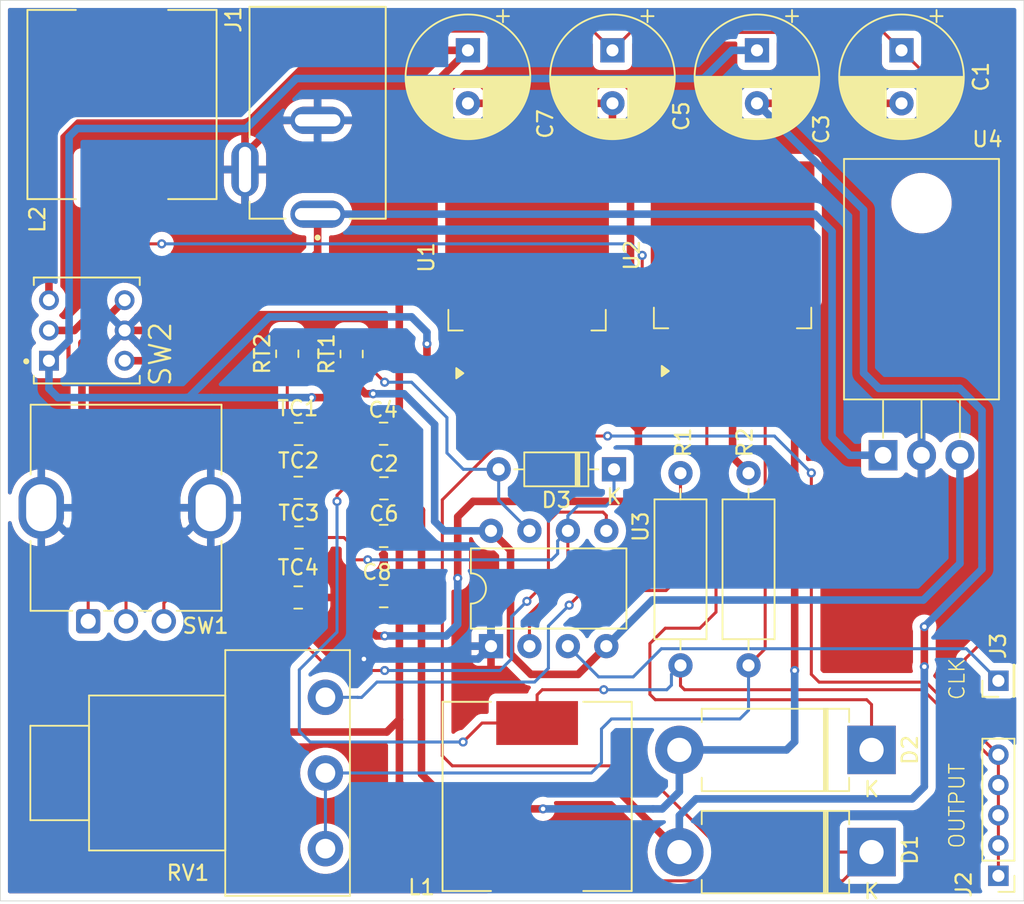
<source format=kicad_pcb>
(kicad_pcb (version 20240108) (generator "pcbnew") (generator_version "8.0")
  (layers (0 "F.Cu" signal) (31 "B.Cu" signal) (34 "B.Paste" user) (36 "B.SilkS" user "B.Silkscreen") (37 "F.SilkS" user "F.Silkscreen") (38 "B.Mask" user) (39 "F.Mask" user) (44 "Edge.Cuts" user))
  (net 0 "")
  (net 1 "Net-(J2-Pin_1)")
  (net 2 "/G1")
  (net 3 "/V1")
  (net 4 "/G2")
  (net 5 "/V2")
  (net 6 "Net-(D1-K)")
  (net 7 "Net-(D2-K)")
  (net 8 "Net-(D3-A)")
  (net 9 "/T6")
  (net 10 "/VCC")
  (net 11 "GND")
  (net 12 "Net-(J3-Pin_1)")
  (net 13 "Net-(R1-Pad2)")
  (net 14 "/DIVADJ")
  (net 15 "/T8")
  (net 16 "Net-(SW1-Pad1)")
  (net 17 "Net-(SW1-Pad2)")
  (net 18 "Net-(SW1-Pad3)")
  (net 19 "Net-(U3-CV)")
  (footprint "Package_TO_SOT_THT:TO-220-3_Horizontal_TabDown" (layer "F.Cu") (at 169.84 103.124)
    (property "Reference" "U4")
    (property "Value" "L7809")
  )
  (footprint "Diode_THT:D_DO-35_SOD27_P7.62mm_Horizontal" (layer "F.Cu") (at 152.06 104.054 180)
    (property "Reference" "D3")
    (property "Value" "1N4148")
  )
  (footprint "Capacitor_THT:CP_Radial_D8.0mm_P3.50mm" (layer "F.Cu") (at 151.958 76.368 -90)
    (property "Reference" "C5")
    (property "Value" "220u")
  )
  (footprint "Rotary_Encoder:RotaryEncoder_Bourns_Vertical_PEC12R-3x17F-Nxxxx(custom)" (layer "F.Cu") (at 117.314 114.094 90)
    (property "Reference" "SW1")
    (property "Value" "SW_Rotary_1x3_MP" (hide yes))
  )
  (footprint "Connector_PinHeader_2.00mm:PinHeader_1x05_P2.00mm_Vertical" (layer "F.Cu") (at 177.46 130.914 180)
    (property "Reference" "J2")
    (property "Value" "Conn_01x05" (hide yes))
  )
  (footprint "Capacitor_SMD:C_0805_2012Metric_Pad1.18x1.45mm_HandSolder" (layer "F.Cu") (at 131.2379 108.5596 180)
    (property "Reference" "TC3")
    (property "Value" "47n" (hide yes))
  )
  (footprint "Resistor_SMD:R_0805_2012Metric_Pad1.20x1.40mm_HandSolder" (layer "F.Cu") (at 130.47 96.418 90)
    (property "Reference" "RT2")
    (property "Value" "1.5k")
  )
  (footprint "TL2230OAF140:SW_TL2230OAF140" (layer "F.Cu") (at 117.222 94.878 90)
    (property "Reference" "SW2")
    (property "Value" "SW_Push_DPDT" (hide yes))
  )
  (footprint "Package_TO_SOT_SMD:TO-263-5_TabPin3" (layer "F.Cu") (at 159.895 89.909 90)
    (property "Reference" "U2")
    (property "Value" "LM2596S-ADJ")
  )
  (footprint "Resistor_THT:R_Axial_DIN0309_L9.0mm_D3.2mm_P12.70mm_Horizontal" (layer "F.Cu") (at 160.95 117.008 90)
    (property "Reference" "R2")
    (property "Value" "1k")
  )
  (footprint "PJ-035DH:CUI_PJ-035DH" (layer "F.Cu") (at 132.476 87.192 180)
    (property "Reference" "J1")
    (property "Value" "PJ-035DH" (hide yes))
  )
  (footprint "Connector_PinHeader_2.00mm:PinHeader_1x01_P2.00mm_Vertical" (layer "F.Cu") (at 177.46 118.024 90)
    (property "Reference" "J3")
    (property "Value" "Conn_01x01_Pin" (hide yes))
  )
  (footprint "Capacitor_SMD:C_0805_2012Metric_Pad1.18x1.45mm_HandSolder" (layer "F.Cu") (at 131.2164 101.7172 180)
    (property "Reference" "TC1")
    (property "Value" "470n" (hide yes))
  )
  (footprint "Capacitor_SMD:C_0805_2012Metric_Pad1.18x1.45mm_HandSolder" (layer "F.Cu") (at 136.8415 108.458)
    (property "Reference" "C6")
    (property "Value" "0.1u")
  )
  (footprint "Resistor_SMD:R_0805_2012Metric_Pad1.20x1.40mm_HandSolder" (layer "F.Cu") (at 134.7216 96.4344 90)
    (property "Reference" "RT1")
    (property "Value" "1.5k")
  )
  (footprint "Potentiometer_THT:Potentiometer_Piher_PC-16_Single_Horizontal(custom)" (layer "F.Cu") (at 132.991 119.12 180)
    (property "Reference" "RV1")
    (property "Value" "10k")
  )
  (footprint "Capacitor_THT:CP_Radial_D8.0mm_P3.50mm" (layer "F.Cu") (at 142.408 76.368 -90)
    (property "Reference" "C7")
    (property "Value" "220u")
  )
  (footprint "Diode_THT:D_DO-201AD_P12.70mm_Horizontal" (layer "F.Cu") (at 169.078 129.346 180)
    (property "Reference" "D1")
    (property "Value" "1N5822")
  )
  (footprint "Diode_THT:D_DO-201AD_P12.70mm_Horizontal" (layer "F.Cu") (at 169.078 122.596 180)
    (property "Reference" "D2")
    (property "Value" "1N5822")
  )
  (footprint "Capacitor_SMD:C_0805_2012Metric_Pad1.18x1.45mm_HandSolder" (layer "F.Cu") (at 136.8337 101.7016)
    (property "Reference" "C4")
    (property "Value" "0.1u")
  )
  (footprint "Capacitor_SMD:C_0805_2012Metric_Pad1.18x1.45mm_HandSolder" (layer "F.Cu") (at 136.8415 112.436)
    (property "Reference" "C8")
    (property "Value" "0.1u")
  )
  (footprint "Capacitor_SMD:C_0805_2012Metric_Pad1.18x1.45mm_HandSolder" (layer "F.Cu") (at 136.8552 105.3084)
    (property "Reference" "C2")
    (property "Value" "0.1u")
  )
  (footprint "Package_DIP:DIP-8_W7.62mm" (layer "F.Cu") (at 143.932 115.738 90)
    (property "Reference" "U3")
    (property "Value" "NE555P")
  )
  (footprint "SRR1260-330M:INDP125125X600N" (layer "F.Cu") (at 119.548 79.948 90)
    (property "Reference" "L2")
    (property "Value" "33u" (hide yes))
  )
  (footprint "Capacitor_THT:CP_Radial_D8.0mm_P3.50mm" (layer "F.Cu") (at 161.508 76.368 -90)
    (property "Reference" "C3")
    (property "Value" "220u")
  )
  (footprint "Capacitor_SMD:C_0805_2012Metric_Pad1.18x1.45mm_HandSolder" (layer "F.Cu") (at 131.1949 112.522)
    (property "Reference" "TC4")
    (property "Value" "10n" (hide yes))
  )
  (footprint "Resistor_THT:R_Axial_DIN0309_L9.0mm_D3.2mm_P12.70mm_Horizontal" (layer "F.Cu") (at 156.454 117.008 90)
    (property "Reference" "R1")
    (property "Value" "680")
  )
  (footprint "SRR1260-330M:INDP125125X600N" (layer "F.Cu") (at 146.98 125.668 90)
    (property "Reference" "L1")
    (property "Value" "33u" (hide yes))
  )
  (footprint "Package_TO_SOT_SMD:TO-263-5_TabPin3" (layer "F.Cu") (at 146.316 90.054 90)
    (property "Reference" "U1")
    (property "Value" "LM2596S-5")
  )
  (footprint "Capacitor_THT:CP_Radial_D8.0mm_P3.50mm" (layer "F.Cu") (at 171.058 76.368 -90)
    (property "Reference" "C1")
    (property "Value" "220u" (hide yes))
  )
  (footprint "Capacitor_SMD:C_0805_2012Metric_Pad1.18x1.45mm_HandSolder" (layer "F.Cu") (at 131.1949 105.2732 180)
    (property "Reference" "TC2")
    (property "Value" "100n" (hide yes))
  )
  (gr_rect (start 111.512 73.066) (end 179.146 132.572) (stroke (width 0.05)) (fill none) (layer "Edge.Cuts"))
  (gr_text "CLK" (at 175.3108 119.38 90) (layer "F.SilkS") (effects (font (size 1 1) (thickness 0.1)) (justify left bottom)))
  (gr_text "OUTPUT" (at 175.3108 129.1844 90) (layer "F.SilkS") (effects (font (size 1 1) (thickness 0.1)) (justify left bottom)))
  (segment (start 176.762 122.914) (end 172.466 118.618) (width 0.2) (layer "F.Cu") (net 1))
  (segment (start 175.26 116.586) (end 175.26 120.714) (width 0.2) (layer "F.Cu") (net 1))
  (segment (start 151.958 76.368) (end 153.142 75.184) (width 0.2) (layer "F.Cu") (net 1))
  (segment (start 146.98 118.958) (end 147.32 118.618) (width 0.2) (layer "F.Cu") (net 1))
  (segment (start 177.46 124.914) (end 177.46 126.914) (width 0.2) (layer "F.Cu") (net 1))
  (segment (start 177.46 122.914) (end 176.762 122.914) (width 0.2) (layer "F.Cu") (net 1))
  (segment (start 148.016 100.772) (end 148.016 97.704) (width 0.2) (layer "F.Cu") (net 1))
  (segment (start 151.638 101.854) (end 149.098 101.854) (width 0.2) (layer "F.Cu") (net 1))
  (segment (start 172.662 118.116) (end 175.482 120.936) (width 0.2) (layer "F.Cu") (net 1))
  (segment (start 175.514 93.726) (end 178.308 96.52) (width 0.2) (layer "F.Cu") (net 1))
  (segment (start 134.5692 105.3084) (end 134.2136 105.3084) (width 0.2) (layer "F.Cu") (net 1))
  (segment (start 149.098 101.854) (end 148.016 100.772) (width 0.2) (layer "F.Cu") (net 1))
  (segment (start 142.0876 122.0724) (end 143.342 120.818) (width 0.2) (layer "F.Cu") (net 1))
  (segment (start 156.718 118.618) (end 156.454 118.354) (width 0.2) (layer "F.Cu") (net 1))
  (segment (start 165.614 118.116) (end 172.662 118.116) (width 0.2) (layer "F.Cu") (net 1))
  (segment (start 150.688 75.098) (end 151.958 76.368) (width 0.2) (layer "F.Cu") (net 1))
  (segment (start 169.874 75.184) (end 171.058 76.368) (width 0.2) (layer "F.Cu") (net 1))
  (segment (start 165.1 117.602) (end 165.614 118.116) (width 0.2) (layer "F.Cu") (net 1))
  (segment (start 177.46 122.914) (end 175.482 120.936) (width 0.2) (layer "F.Cu") (net 1))
  (segment (start 146.98 120.818) (end 146.98 118.958) (width 0.2) (layer "F.Cu") (net 1))
  (segment (start 135.804 108.458) (end 135.804 105.3221) (width 0.2) (layer "F.Cu") (net 1))
  (segment (start 172.466 118.618) (end 156.718 118.618) (width 0.2) (layer "F.Cu") (net 1))
  (segment (start 135.8177 105.3084) (end 134.5692 105.3084) (width 0.2) (layer "F.Cu") (net 1))
  (segment (start 177.46 126.914) (end 177.46 128.914) (width 0.2) (layer "F.Cu") (net 1))
  (segment (start 119.548 75.098) (end 150.688 75.098) (width 0.2) (layer "F.Cu") (net 1))
  (segment (start 175.26 120.714) (end 175.482 120.936) (width 0.2) (layer "F.Cu") (net 1))
  (segment (start 177.46 130.914) (end 177.46 128.914) (width 0.2) (layer "F.Cu") (net 1))
  (segment (start 153.142 75.184) (end 169.874 75.184) (width 0.2) (layer "F.Cu") (net 1))
  (segment (start 156.454 118.354) (end 156.454 117.008) (width 0.2) (layer "F.Cu") (net 1))
  (segment (start 177.46 122.914) (end 177.46 124.914) (width 0.2) (layer "F.Cu") (net 1))
  (segment (start 178.308 113.538) (end 175.26 116.586) (width 0.2) (layer "F.Cu") (net 1))
  (segment (start 171.058 76.368) (end 175.514 80.824) (width 0.2) (layer "F.Cu") (net 1))
  (segment (start 133.7564 105.7656) (end 133.7564 106.172) (width 0.2) (layer "F.Cu") (net 1))
  (segment (start 135.804 105.3221) (end 135.8177 105.3084) (width 0.2) (layer "F.Cu") (net 1))
  (segment (start 175.514 80.824) (end 175.514 93.726) (width 0.2) (layer "F.Cu") (net 1))
  (segment (start 178.308 96.52) (end 178.308 113.538) (width 0.2) (layer "F.Cu") (net 1))
  (segment (start 135.8177 108.8663) (end 135.804 108.88) (width 0.2) (layer "F.Cu") (net 1))
  (segment (start 143.342 120.818) (end 146.98 120.818) (width 0.2) (layer "F.Cu") (net 1))
  (segment (start 165.1 104.2924) (end 165.1 117.602) (width 0.2) (layer "F.Cu") (net 1))
  (segment (start 147.32 118.618) (end 151.384 118.618) (width 0.2) (layer "F.Cu") (net 1))
  (segment (start 134.2136 105.3084) (end 133.7564 105.7656) (width 0.2) (layer "F.Cu") (net 1))
  (via (at 165.1 104.2924) (size 0.6) (drill 0.3) (layers "F.Cu" "B.Cu") (net 1))
  (via (at 142.0876 122.0724) (size 0.6) (drill 0.3) (layers "F.Cu" "B.Cu") (net 1))
  (via (at 151.638 101.854) (size 0.6) (drill 0.3) (layers "F.Cu" "B.Cu") (net 1))
  (via (at 133.7564 106.172) (size 0.6) (drill 0.3) (layers "F.Cu" "B.Cu") (net 1))
  (via (at 151.384 118.618) (size 0.6) (drill 0.3) (layers "F.Cu" "B.Cu") (net 1))
  (segment (start 133.7564 114.808) (end 133.7564 113.6904) (width 0.2) (layer "B.Cu") (net 1))
  (segment (start 142.0876 122.0724) (end 131.9784 122.0724) (width 0.2) (layer "B.Cu") (net 1))
  (segment (start 151.638 101.854) (end 162.6616 101.854) (width 0.2) (layer "B.Cu") (net 1))
  (segment (start 155.5496 118.618) (end 155.8544 118.3132) (width 0.2) (layer "B.Cu") (net 1))
  (segment (start 151.384 118.618) (end 155.5496 118.618) (width 0.2) (layer "B.Cu") (net 1))
  (segment (start 162.6616 101.854) (end 165.1 104.2924) (width 0.2) (layer "B.Cu") (net 1))
  (segment (start 155.8544 118.3132) (end 155.8544 117.6076) (width 0.2) (layer "B.Cu") (net 1))
  (segment (start 131.2672 117.2972) (end 133.7564 114.808) (width 0.2) (layer "B.Cu") (net 1))
  (segment (start 131.9784 122.0724) (end 131.2672 121.3612) (width 0.2) (layer "B.Cu") (net 1))
  (segment (start 133.7564 106.172) (end 133.7564 113.6904) (width 0.2) (layer "B.Cu") (net 1))
  (segment (start 131.2672 121.3612) (end 131.2672 117.2972) (width 0.2) (layer "B.Cu") (net 1))
  (segment (start 155.8544 117.6076) (end 156.454 117.008) (width 0.2) (layer "B.Cu") (net 1))
  (segment (start 172.5676 114.4524) (end 172.5676 117.094) (width 0.5) (layer "F.Cu") (net 2))
  (segment (start 145.456 94.148) (end 143.541 92.233) (width 0.5) (layer "F.Cu") (net 2))
  (segment (start 137.8927 101.7231) (end 137.8712 101.7016) (width 0.5) (layer "F.Cu") (net 2))
  (segment (start 152.254 125.222) (end 156.378 129.346) (width 0.5) (layer "F.Cu") (net 2))
  (segment (start 142.154 92.366) (end 143.541 90.979) (width 0.5) (layer "F.Cu") (net 2))
  (segment (start 149.716 97.704) (end 149.716 95.36) (width 0.5) (layer "F.Cu") (net 2))
  (segment (start 149.716 95.36) (end 148.504 94.148) (width 0.5) (layer "F.Cu") (net 2))
  (segment (start 148.504 94.148) (end 145.456 94.148) (width 0.5) (layer "F.Cu") (net 2))
  (segment (start 161.508 79.868) (end 171.058 79.868) (width 0.5) (layer "F.Cu") (net 2))
  (segment (start 137.8927 105.3084) (end 139.338 106.7537) (width 0.5) (layer "F.Cu") (net 2))
  (segment (start 139.338 124.1996) (end 140.3604 125.222) (width 0.5) (layer "F.Cu") (net 2))
  (segment (start 121.7652 96.878) (end 119.722 96.878) (width 0.5) (layer "F.Cu") (net 2))
  (segment (start 122.428 93.218) (end 122.428 96.2152) (width 0.5) (layer "F.Cu") (net 2))
  (segment (start 140.3604 125.222) (end 152.254 125.222) (width 0.5) (layer "F.Cu") (net 2))
  (segment (start 143.541 92.233) (end 143.541 90.979) (width 0.5) (layer "F.Cu") (net 2))
  (segment (start 139.735 90.979) (end 143.541 90.979) (width 0.5) (layer "F.Cu") (net 2))
  (segment (start 137.8712 105.2869) (end 137.8927 105.3084) (width 0.5) (layer "F.Cu") (net 2))
  (segment (start 146.316 95.008) (end 145.456 94.148) (width 0.5) (layer "F.Cu") (net 2))
  (segment (start 146.316 97.704) (end 146.316 95.008) (width 0.5) (layer "F.Cu") (net 2))
  (segment (start 137.8712 101.7016) (end 137.8712 105.2869) (width 0.5) (layer "F.Cu") (net 2))
  (segment (start 137.8712 101.7016) (end 137.8712 92.8428) (width 0.5) (layer "F.Cu") (net 2))
  (segment (start 139.735 90.979) (end 137.879 92.835) (width 0.5) (layer "F.Cu") (net 2))
  (segment (start 122.811 92.835) (end 122.428 93.218) (width 0.5) (layer "F.Cu") (net 2))
  (segment (start 122.428 96.2152) (end 121.7652 96.878) (width 0.5) (layer "F.Cu") (net 2))
  (segment (start 137.879 92.835) (end 122.811 92.835) (width 0.5) (layer "F.Cu") (net 2))
  (segment (start 149.368 85.852) (end 149.091 86.129) (width 0.5) (layer "F.Cu") (net 2))
  (segment (start 139.338 106.7537) (end 139.338 124.1996) (width 0.5) (layer "F.Cu") (net 2))
  (segment (start 137.8712 92.8428) (end 137.879 92.835) (width 0.5) (layer "F.Cu") (net 2))
  (via (at 172.5676 114.4524) (size 0.6) (drill 0.3) (layers "F.Cu" "B.Cu") (net 2))
  (via (at 172.5676 117.094) (size 0.6) (drill 0.3) (layers "F.Cu" "B.Cu") (net 2))
  (segment (start 156.378 126.9336) (end 157.48 125.8316) (width 0.5) (layer "B.Cu") (net 2))
  (segment (start 157.48 125.8316) (end 171.7548 125.8316) (width 0.5) (layer "B.Cu") (net 2))
  (segment (start 174.498 98.7044) (end 174.9044 98.7044) (width 0.5) (layer "B.Cu") (net 2))
  (segment (start 176.3776 100.1776) (end 176.3776 109.9312) (width 0.5) (layer "B.Cu") (net 2))
  (segment (start 172.6184 114.4016) (end 172.5676 114.4524) (width 0.5) (layer "B.Cu") (net 2))
  (segment (start 174.9044 98.7044) (end 176.3776 100.1776) (width 0.5) (layer "B.Cu") (net 2))
  (segment (start 176.3776 110.6424) (end 172.6184 114.4016) (width 0.5) (layer "B.Cu") (net 2))
  (segment (start 161.508 79.868) (end 168.5544 86.9144) (width 0.5) (layer "B.Cu") (net 2))
  (segment (start 172.5676 125.0188) (end 172.5676 117.094) (width 0.5) (layer "B.Cu") (net 2))
  (segment (start 169.5704 98.7044) (end 174.498 98.7044) (width 0.5) (layer "B.Cu") (net 2))
  (segment (start 171.7548 125.8316) (end 172.5676 125.0188) (width 0.5) (layer "B.Cu") (net 2))
  (segment (start 169.4688 98.6028) (end 169.5704 98.7044) (width 0.5) (layer "B.Cu") (net 2))
  (segment (start 156.378 129.346) (end 156.378 126.9336) (width 0.5) (layer "B.Cu") (net 2))
  (segment (start 176.3776 109.9312) (end 176.3776 110.6424) (width 0.5) (layer "B.Cu") (net 2))
  (segment (start 168.5544 86.9144) (end 168.5544 97.6884) (width 0.5) (layer "B.Cu") (net 2))
  (segment (start 168.5544 97.6884) (end 169.4688 98.6028) (width 0.5) (layer "B.Cu") (net 2))
  (segment (start 133.604 101.1428) (end 134.1628 101.7016) (width 0.5) (layer "F.Cu") (net 3))
  (segment (start 140.122 97.704) (end 139.7 97.282) (width 0.5) (layer "F.Cu") (net 3))
  (segment (start 132.08 99.314) (end 133.1976 99.314) (width 0.5) (layer "F.Cu") (net 3))
  (segment (start 133.1976 99.314) (end 133.604 99.7204) (width 0.5) (layer "F.Cu") (net 3))
  (segment (start 133.604 99.7204) (end 133.604 101.1428) (width 0.5) (layer "F.Cu") (net 3))
  (segment (start 139.7 97.282) (end 139.7 95.758) (width 0.5) (layer "F.Cu") (net 3))
  (segment (start 134.1628 101.7016) (end 135.7962 101.7016) (width 0.5) (layer "F.Cu") (net 3))
  (segment (start 142.916 97.704) (end 140.122 97.704) (width 0.5) (layer "F.Cu") (net 3))
  (via (at 132.08 99.314) (size 0.6) (drill 0.3) (layers "F.Cu" "B.Cu") (net 3))
  (via (at 139.7 95.758) (size 0.6) (drill 0.3) (layers "F.Cu" "B.Cu") (net 3))
  (segment (start 139.7 94.996) (end 138.684 93.98) (width 0.5) (layer "B.Cu") (net 3))
  (segment (start 159.852 76.368) (end 161.508 76.368) (width 0.5) (layer "B.Cu") (net 3))
  (segment (start 131.064 78.232) (end 157.988 78.232) (width 0.5) (layer "B.Cu") (net 3))
  (segment (start 116.0526 95.5474) (end 116.0526 82.0674) (width 0.5) (layer "B.Cu") (net 3))
  (segment (start 139.7 95.758) (end 139.7 94.996) (width 0.5) (layer "B.Cu") (net 3))
  (segment (start 138.684 93.98) (end 129.286 93.98) (width 0.5) (layer "B.Cu") (net 3))
  (segment (start 127.762 81.534) (end 131.064 78.232) (width 0.5) (layer "B.Cu") (net 3))
  (segment (start 125.476 99.314) (end 132.08 99.314) (width 0.5) (layer "B.Cu") (net 3))
  (segment (start 123.952 99.314) (end 123.7996 99.314) (width 0.5) (layer "B.Cu") (net 3))
  (segment (start 115.316 99.314) (end 123.7996 99.314) (width 0.5) (layer "B.Cu") (net 3))
  (segment (start 114.722 96.878) (end 114.722 98.72) (width 0.5) (layer "B.Cu") (net 3))
  (segment (start 116.586 81.534) (end 127.762 81.534) (width 0.5) (layer "B.Cu") (net 3))
  (segment (start 114.722 96.878) (end 116.0526 95.5474) (width 0.5) (layer "B.Cu") (net 3))
  (segment (start 157.988 78.232) (end 159.852 76.368) (width 0.5) (layer "B.Cu") (net 3))
  (segment (start 116.0526 82.0674) (end 116.586 81.534) (width 0.5) (layer "B.Cu") (net 3))
  (segment (start 129.286 93.98) (end 123.952 99.314) (width 0.5) (layer "B.Cu") (net 3))
  (segment (start 114.722 98.72) (end 115.316 99.314) (width 0.5) (layer "B.Cu") (net 3))
  (segment (start 123.7996 99.314) (end 125.476 99.314) (width 0.5) (layer "B.Cu") (net 3))
  (segment (start 163.998 101.514) (end 163.998 117.348) (width 0.5) (layer "F.Cu") (net 4))
  (segment (start 115.062 120.7008) (end 115.062 111.252) (width 0.5) (layer "F.Cu") (net 4))
  (segment (start 137.879 112.436) (end 137.879 120.58095) (width 0.5) (layer "F.Cu") (net 4))
  (segment (start 151.958 79.868) (end 142.408 79.868) (width 0.5) (layer "F.Cu") (net 4))
  (segment (start 137.879 124.7726) (end 139.5984 126.492) (width 0.5) (layer "F.Cu") (net 4))
  (segment (start 163.295 100.811) (end 163.998 101.514) (width 0.5) (layer "F.Cu") (net 4))
  (segment (start 162.67 92.484) (end 162.67 90.834) (width 0.5) (layer "F.Cu") (net 4))
  (segment (start 137.04795 121.412) (end 115.7732 121.412) (width 0.5) (layer "F.Cu") (net 4))
  (segment (start 116.902 95.698) (end 119.722 92.878) (width 0.5) (layer "F.Cu") (net 4))
  (segment (start 159.895 103.253) (end 159.895 97.559) (width 0.5) (layer "F.Cu") (net 4))
  (segment (start 160.95 104.308) (end 159.895 103.253) (width 0.5) (layer "F.Cu") (net 4))
  (segment (start 157.12 85.984) (end 157.12 82.444) (width 0.5) (layer "F.Cu") (net 4))
  (segment (start 157.12 82.444) (end 156.718 82.042) (width 0.5) (layer "F.Cu") (net 4))
  (segment (start 115.062 111.252) (end 116.902 109.412) (width 0.5) (layer "F.Cu") (net 4))
  (segment (start 159.895 97.559) (end 159.895 88.409) (width 0.5) (layer "F.Cu") (net 4))
  (segment (start 137.04795 121.412) (end 137.879 120.58095) (width 0.5) (layer "F.Cu") (net 4))
  (segment (start 152.908 82.042) (end 156.718 82.042) (width 0.5) (layer "F.Cu") (net 4))
  (segment (start 163.295 97.559) (end 163.295 91.459) (width 0.5) (layer "F.Cu") (net 4))
  (segment (start 151.958 81.092) (end 152.908 82.042) (width 0.5) (layer "F.Cu") (net 4))
  (segment (start 137.879 120.58095) (end 137.879 124.7726) (width 0.5) (layer "F.Cu") (net 4))
  (segment (start 115.7732 121.412) (end 115.062 120.7008) (width 0.5) (layer "F.Cu") (net 4))
  (segment (start 151.958 79.868) (end 151.958 81.092) (width 0.5) (layer "F.Cu") (net 4))
  (segment (start 163.295 91.459) (end 162.67 90.834) (width 0.5) (layer "F.Cu") (net 4))
  (segment (start 163.295 97.559) (end 163.295 100.811) (width 0.5) (layer "F.Cu") (net 4))
  (segment (start 139.5984 126.492) (end 147.3708 126.492) (width 0.5) (layer "F.Cu") (net 4))
  (segment (start 137.879 112.436) (end 137.879 108.458) (width 0.5) (layer "F.Cu") (net 4))
  (segment (start 116.902 109.412) (end 116.902 95.698) (width 0.5) (layer "F.Cu") (net 4))
  (via (at 163.998 117.348) (size 0.6) (drill 0.3) (layers "F.Cu" "B.Cu") (net 4))
  (via (at 147.3708 126.492) (size 0.6) (drill 0.3) (layers "F.Cu" "B.Cu") (net 4))
  (segment (start 163.998 122.0568) (end 163.4588 122.596) (width 0.5) (layer "B.Cu") (net 4))
  (segment (start 155.2448 126.492) (end 154.6352 126.492) (width 0.5) (layer "B.Cu") (net 4))
  (segment (start 156.378 122.596) (end 156.378 125.3588) (width 0.5) (layer "B.Cu") (net 4))
  (segment (start 163.998 117.348) (end 163.998 122.0568) (width 0.5) (layer "B.Cu") (net 4))
  (segment (start 154.6352 126.492) (end 147.3708 126.492) (width 0.5) (layer "B.Cu") (net 4))
  (segment (start 156.21 125.5268) (end 155.2448 126.492) (width 0.5) (layer "B.Cu") (net 4))
  (segment (start 163.4588 122.596) (end 156.378 122.596) (width 0.5) (layer "B.Cu") (net 4))
  (segment (start 156.378 125.3588) (end 156.21 125.5268) (width 0.5) (layer "B.Cu") (net 4))
  (segment (start 152.654 83.058) (end 153.15 83.554) (width 0.5) (layer "F.Cu") (net 5))
  (segment (start 116.246 80.178) (end 127.422 80.178) (width 0.5) (layer "F.Cu") (net 5))
  (segment (start 135.804 112.436) (end 135.804 114.5188) (width 0.5) (layer "F.Cu") (net 5))
  (segment (start 127.422 80.178) (end 131.232 76.368) (width 0.5) (layer "F.Cu") (net 5))
  (segment (start 142.408 76.368) (end 139.7 79.076) (width 0.5) (layer "F.Cu") (net 5))
  (segment (start 142.748 106.172) (end 141.732 107.188) (width 0.5) (layer "F.Cu") (net 5))
  (segment (start 114.722 92.878) (end 114.722 81.702) (width 0.5) (layer "F.Cu") (net 5))
  (segment (start 141.224 83.058) (end 152.654 83.058) (width 0.5) (layer "F.Cu") (net 5))
  (segment (start 156.0068 100.838) (end 156.495 100.3498) (width 0.5) (layer "F.Cu") (net 5))
  (segment (start 153.15 100.9276) (end 153.67 101.4476) (width 0.5) (layer "F.Cu") (net 5))
  (segment (start 139.7 79.076) (end 139.7 81.534) (width 0.5) (layer "F.Cu") (net 5))
  (segment (start 154.2796 100.838) (end 156.0068 100.838) (width 0.5) (layer "F.Cu") (net 5))
  (segment (start 153.67 105.5624) (end 153.0604 106.172) (width 0.5) (layer "F.Cu") (net 5))
  (segment (start 131.232 76.368) (end 142.408 76.368) (width 0.5) (layer "F.Cu") (net 5))
  (segment (start 156.495 100.3498) (end 156.495 97.559) (width 0.5) (layer "F.Cu") (net 5))
  (segment (start 141.732 107.188) (end 141.732 111.252) (width 0.5) (layer "F.Cu") (net 5))
  (segment (start 139.7 81.534) (end 141.224 83.058) (width 0.5) (layer "F.Cu") (net 5))
  (segment (start 135.804 114.5188) (end 136.3472 115.062) (width 0.5) (layer "F.Cu") (net 5))
  (segment (start 153.67 101.4476) (end 154.2796 100.838) (width 0.5) (layer "F.Cu") (net 5))
  (segment (start 153.15 83.554) (end 153.15 100.9276) (width 0.5) (layer "F.Cu") (net 5))
  (segment (start 153.67 101.4476) (end 153.67 105.5624) (width 0.5) (layer "F.Cu") (net 5))
  (segment (start 153.0604 106.172) (end 142.748 106.172) (width 0.5) (layer "F.Cu") (net 5))
  (segment (start 136.3472 115.062) (end 136.906 115.062) (width 0.5) (layer "F.Cu") (net 5))
  (segment (start 114.722 81.702) (end 116.246 80.178) (width 0.5) (layer "F.Cu") (net 5))
  (via (at 136.906 115.062) (size 0.6) (drill 0.3) (layers "F.Cu" "B.Cu") (net 5))
  (via (at 141.732 111.252) (size 0.6) (drill 0.3) (layers "F.Cu" "B.Cu") (net 5))
  (segment (start 140.97 115.062) (end 136.906 115.062) (width 0.5) (layer "B.Cu") (net 5))
  (segment (start 141.732 111.252) (end 141.732 114.3) (width 0.5) (layer "B.Cu") (net 5))
  (segment (start 141.732 114.3) (end 140.97 115.062) (width 0.5) (layer "B.Cu") (net 5))
  (segment (start 146.98 130.518) (end 147.708 131.246) (width 0.2) (layer "F.Cu") (net 6))
  (segment (start 144.616 102.166365) (end 144.616 97.704) (width 0.2) (layer "F.Cu") (net 6))
  (segment (start 140.716 106.066365) (end 144.616 102.166365) (width 0.2) (layer "F.Cu") (net 6))
  (segment (start 141.3764 123.6472) (end 140.716 122.9868) (width 0.2) (layer "F.Cu") (net 6))
  (segment (start 169.078 129.346) (end 159.318 129.346) (width 0.2) (layer "F.Cu") (net 6))
  (segment (start 167.178 131.246) (end 169.078 129.346) (width 0.2) (layer "F.Cu") (net 6))
  (segment (start 140.716 122.9868) (end 140.716 106.066365) (width 0.2) (layer "F.Cu") (net 6))
  (segment (start 147.708 131.246) (end 167.178 131.246) (width 0.2) (layer "F.Cu") (net 6))
  (segment (start 159.318 129.346) (end 153.6192 123.6472) (width 0.2) (layer "F.Cu") (net 6))
  (segment (start 153.6192 123.6472) (end 141.3764 123.6472) (width 0.2) (layer "F.Cu") (net 6))
  (segment (start 158.8008 113.4872) (end 158.8008 105.664) (width 0.2) (layer "F.Cu") (net 7))
  (segment (start 155.448 114.554) (end 157.734 114.554) (width 0.2) (layer "F.Cu") (net 7))
  (segment (start 119.548 88.7632) (end 119.9388 89.154) (width 0.2) (layer "F.Cu") (net 7))
  (segment (start 153.924 89.916) (end 153.924 93.2688) (width 0.2) (layer "F.Cu") (net 7))
  (segment (start 119.9388 89.154) (end 122.174 89.154) (width 0.2) (layer "F.Cu") (net 7))
  (segment (start 158.195 105.0582) (end 158.195 97.559) (width 0.2) (layer "F.Cu") (net 7))
  (segment (start 157.734 114.554) (end 158.8008 113.4872) (width 0.2) (layer "F.Cu") (net 7))
  (segment (start 169.078 119.5988) (end 168.7576 119.2784) (width 0.2) (layer "F.Cu") (net 7))
  (segment (start 158.195 94.949) (end 158.195 97.559) (width 0.2) (layer "F.Cu") (net 7))
  (segment (start 168.7576 119.2784) (end 154.7876 119.2784) (width 0.2) (layer "F.Cu") (net 7))
  (segment (start 119.548 84.798) (end 119.548 88.7632) (width 0.2) (layer "F.Cu") (net 7))
  (segment (start 154.6352 93.98) (end 157.226 93.98) (width 0.2) (layer "F.Cu") (net 7))
  (segment (start 154.7876 119.2784) (end 154.432 118.9228) (width 0.2) (layer "F.Cu") (net 7))
  (segment (start 158.8008 105.664) (end 158.195 105.0582) (width 0.2) (layer "F.Cu") (net 7))
  (segment (start 157.226 93.98) (end 158.195 94.949) (width 0.2) (layer "F.Cu") (net 7))
  (segment (start 153.924 93.2688) (end 154.6352 93.98) (width 0.2) (layer "F.Cu") (net 7))
  (segment (start 169.078 122.596) (end 169.078 119.5988) (width 0.2) (layer "F.Cu") (net 7))
  (segment (start 154.432 118.9228) (end 154.432 115.57) (width 0.2) (layer "F.Cu") (net 7))
  (segment (start 154.432 115.57) (end 155.448 114.554) (width 0.2) (layer "F.Cu") (net 7))
  (via (at 122.174 89.154) (size 0.6) (drill 0.3) (layers "F.Cu" "B.Cu") (net 7))
  (via (at 153.924 89.916) (size 0.6) (drill 0.3) (layers "F.Cu" "B.Cu") (net 7))
  (segment (start 122.174 89.154) (end 153.162 89.154) (width 0.2) (layer "B.Cu") (net 7))
  (segment (start 153.924 89.916) (end 153.289 89.281) (width 0.2) (layer "B.Cu") (net 7))
  (segment (start 153.162 89.154) (end 153.289 89.281) (width 0.2) (layer "B.Cu") (net 7))
  (segment (start 136.2964 97.6884) (end 136.906 98.298) (width 0.2) (layer "F.Cu") (net 8))
  (segment (start 134.7216 95.4344) (end 135.8712 95.4344) (width 0.2) (layer "F.Cu") (net 8))
  (segment (start 134.706 95.164) (end 134.452 95.418) (width 0.2) (layer "F.Cu") (net 8))
  (segment (start 130.47 95.418) (end 134.7052 95.418) (width 0.2) (layer "F.Cu") (net 8))
  (segment (start 134.7052 95.418) (end 134.7216 95.4344) (width 0.2) (layer "F.Cu") (net 8))
  (segment (start 136.2964 95.8596) (end 136.2964 97.6884) (width 0.2) (layer "F.Cu") (net 8))
  (segment (start 135.8712 95.4344) (end 136.2964 95.8596) (width 0.2) (layer "F.Cu") (net 8))
  (via (at 136.906 98.298) (size 0.6) (drill 0.3) (layers "F.Cu" "B.Cu") (net 8))
  (segment (start 144.44 104.054) (end 144.44 106.086) (width 0.2) (layer "B.Cu") (net 8))
  (segment (start 141.0208 102.9716) (end 142.1032 104.054) (width 0.2) (layer "B.Cu") (net 8))
  (segment (start 136.906 98.298) (end 138.684 98.298) (width 0.2) (layer "B.Cu") (net 8))
  (segment (start 138.684 98.298) (end 141.0208 100.6348) (width 0.2) (layer "B.Cu") (net 8))
  (segment (start 141.0208 100.6348) (end 141.0208 102.9716) (width 0.2) (layer "B.Cu") (net 8))
  (segment (start 144.44 106.086) (end 146.472 108.118) (width 0.2) (layer "B.Cu") (net 8))
  (segment (start 142.1032 104.054) (end 144.44 104.054) (width 0.2) (layer "B.Cu") (net 8))
  (segment (start 132.2539 105.2517) (end 132.2324 105.2732) (width 0.2) (layer "F.Cu") (net 9))
  (segment (start 130.892 100.584) (end 131.064 100.584) (width 0.2) (layer "F.Cu") (net 9))
  (segment (start 132.2324 105.2732) (end 132.2324 101.7387) (width 0.2) (layer "F.Cu") (net 9))
  (segment (start 134.2136 108.5596) (end 134.6708 109.0168) (width 0.2) (layer "F.Cu") (net 9))
  (segment (start 132.2539 101.7172) (end 132.2539 100.9103) (width 0.2) (layer "F.Cu") (net 9))
  (segment (start 132.2754 108.5596) (end 132.2754 105.3162) (width 0.2) (layer "F.Cu") (net 9))
  (segment (start 146.472 113.624) (end 146.472 115.738) (width 0.2) (layer "F.Cu") (net 9))
  (segment (start 132.2324 101.7387) (end 132.2539 101.7172) (width 0.2) (layer "F.Cu") (net 9))
  (segment (start 131.9276 100.584) (end 131.064 100.584) (width 0.2) (layer "F.Cu") (net 9))
  (segment (start 149.012 111.084) (end 146.472 113.624) (width 0.2) (layer "F.Cu") (net 9))
  (segment (start 132.2539 100.9103) (end 131.9276 100.584) (width 0.2) (layer "F.Cu") (net 9))
  (segment (start 134.6708 109.8296) (end 134.874 110.0328) (width 0.2) (layer "F.Cu") (net 9))
  (segment (start 130.47 100.162) (end 130.47 97.418) (width 0.2) (layer "F.Cu") (net 9))
  (segment (start 132.2754 105.3162) (end 132.2324 105.2732) (width 0.2) (layer "F.Cu") (net 9))
  (segment (start 149.012 108.118) (end 149.012 111.084) (width 0.2) (layer "F.Cu") (net 9))
  (segment (start 130.47 100.162) (end 130.892 100.584) (width 0.2) (layer "F.Cu") (net 9))
  (segment (start 134.6708 109.0168) (end 134.6708 109.8296) (width 0.2) (layer "F.Cu") (net 9))
  (segment (start 134.874 110.0328) (end 135.7884 110.0328) (width 0.2) (layer "F.Cu") (net 9))
  (segment (start 132.4864 105.5272) (end 132.2324 105.2732) (width 0.2) (layer "F.Cu") (net 9))
  (segment (start 132.2754 108.5596) (end 134.2136 108.5596) (width 0.2) (layer "F.Cu") (net 9))
  (via (at 135.7884 110.0328) (size 0.6) (drill 0.3) (layers "F.Cu" "B.Cu") (net 9))
  (segment (start 152.06 104.054) (end 152.06 105.9532) (width 0.2) (layer "B.Cu") (net 9))
  (segment (start 151.5364 106.4768) (end 149.6568 106.4768) (width 0.2) (layer "B.Cu") (net 9))
  (segment (start 148.336 109.6264) (end 148.336 108.794) (width 0.2) (layer "B.Cu") (net 9))
  (segment (start 149.012 107.1216) (end 149.012 108.118) (width 0.2) (layer "B.Cu") (net 9))
  (segment (start 149.012 108.118) (end 148.7268 108.118) (width 0.2) (layer "B.Cu") (net 9))
  (segment (start 149.6568 106.4768) (end 149.012 107.1216) (width 0.2) (layer "B.Cu") (net 9))
  (segment (start 148.336 108.794) (end 149.012 108.118) (width 0.2) (layer "B.Cu") (net 9))
  (segment (start 135.7884 110.0328) (end 147.9296 110.0328) (width 0.2) (layer "B.Cu") (net 9))
  (segment (start 152.06 105.9532) (end 151.5364 106.4768) (width 0.2) (layer "B.Cu") (net 9))
  (segment (start 147.9296 110.0328) (end 148.336 109.6264) (width 0.2) (layer "B.Cu") (net 9))
  (segment (start 131.572 90.6272) (end 119.4308 90.6272) (width 0.5) (layer "F.Cu") (net 10))
  (segment (start 132.476 87.192) (end 132.476 89.7232) (width 0.5) (layer "F.Cu") (net 10))
  (segment (start 118.1608 93.1164) (end 118.1608 91.8972) (width 0.5) (layer "F.Cu") (net 10))
  (segment (start 132.476 89.7232) (end 131.572 90.6272) (width 0.5) (layer "F.Cu") (net 10))
  (segment (start 118.1608 93.1164) (end 116.3992 94.878) (width 0.5) (layer "F.Cu") (net 10))
  (segment (start 116.3992 94.878) (end 114.722 94.878) (width 0.5) (layer "F.Cu") (net 10))
  (segment (start 118.1608 91.8972) (end 119.4308 90.6272) (width 0.5) (layer "F.Cu") (net 10))
  (segment (start 167.64 103.124) (end 166.4716 101.9556) (width 0.5) (layer "B.Cu") (net 10))
  (segment (start 165.3224 87.192) (end 132.476 87.192) (width 0.5) (layer "B.Cu") (net 10))
  (segment (start 166.4716 88.3412) (end 165.3224 87.192) (width 0.5) (layer "B.Cu") (net 10))
  (segment (start 169.84 103.124) (end 167.64 103.124) (width 0.5) (layer "B.Cu") (net 10))
  (segment (start 166.4716 101.9556) (end 166.4716 88.3412) (width 0.5) (layer "B.Cu") (net 10))
  (segment (start 119.04 106.594) (end 125.414 106.594) (width 0.5) (layer "F.Cu") (net 11))
  (segment (start 133.5532 116.586) (end 135.5344 116.586) (width 0.5) (layer "F.Cu") (net 11))
  (segment (start 125.414 106.594) (end 125.414 108.1136) (width 0.5) (layer "F.Cu") (net 11))
  (segment (start 132.2324 115.2652) (end 132.2324 112.522) (width 0.5) (layer "F.Cu") (net 11))
  (segment (start 127.676 84.242) (end 127.676 83.2456) (width 0.5) (layer "F.Cu") (net 11))
  (segment (start 133.5532 116.586) (end 132.2324 115.2652) (width 0.5) (layer "F.Cu") (net 11))
  (segment (start 119.722 94.878) (end 117.602 96.998) (width 0.5) (layer "F.Cu") (net 11))
  (segment (start 129.9296 80.992) (end 132.476 80.992) (width 0.5) (layer "F.Cu") (net 11))
  (segment (start 138.344 81.448) (end 138.344 91.018) (width 0.5) (layer "F.Cu") (net 11))
  (segment (start 132.476 80.992) (end 137.888 80.992) (width 0.5) (layer "F.Cu") (net 11))
  (segment (start 119.722 94.878) (end 120.9712 94.878) (width 0.5) (layer "F.Cu") (net 11))
  (segment (start 121.6152 94.234) (end 121.6152 92.6084) (width 0.5) (layer "F.Cu") (net 11))
  (segment (start 137.888 80.992) (end 138.344 81.448) (width 0.5) (layer "F.Cu") (net 11))
  (segment (start 127.676 83.2456) (end 129.9296 80.992) (width 0.5) (layer "F.Cu") (net 11))
  (segment (start 117.602 96.998) (end 117.602 105.156) (width 0.5) (layer "F.Cu") (net 11))
  (segment (start 138.344 91.018) (end 137.5664 91.7956) (width 0.5) (layer "F.Cu") (net 11))
  (segment (start 121.6152 92.6084) (end 122.428 91.7956) (width 0.5) (layer "F.Cu") (net 11))
  (segment (start 117.602 105.156) (end 119.04 106.594) (width 0.5) (layer "F.Cu") (net 11))
  (segment (start 120.9712 94.878) (end 121.6152 94.234) (width 0.5) (layer "F.Cu") (net 11))
  (segment (start 137.5664 91.7956) (end 122.428 91.7956) (width 0.5) (layer "F.Cu") (net 11))
  (via (at 135.5344 116.586) (size 0.6) (drill 0.3) (layers "F.Cu" "B.Cu") (net 11))
  (segment (start 146.136 111.42) (end 143.932 113.624) (width 0.5) (layer "B.Cu") (net 11))
  (segment (start 143.592 116.078) (end 143.932 115.738) (width 0.5) (layer "B.Cu") (net 11))
  (segment (start 171.0788 111.42) (end 146.136 111.42) (width 0.5) (layer "B.Cu") (net 11))
  (segment (start 171.3484 100.1776) (end 168.402 100.1776) (width 0.5) (layer "B.Cu") (net 11))
  (segment (start 135.89 86.0044) (end 132.476 82.5904) (width 0.5) (layer "B.Cu") (net 11))
  (segment (start 172.38 103.124) (end 172.38 101.2092) (width 0.5) (layer "B.Cu") (net 11))
  (segment (start 172.38 110.1188) (end 171.0788 111.42) (width 0.5) (layer "B.Cu") (net 11))
  (segment (start 143.932 113.624) (end 143.932 115.738) (width 0.5) (layer "B.Cu") (net 11))
  (segment (start 168.402 100.1776) (end 167.4876 99.2632) (width 0.5) (layer "B.Cu") (net 11))
  (segment (start 123.8548 108.1532) (end 125.414 106.594) (width 0.5) (layer "B.Cu") (net 11))
  (segment (start 135.5344 116.586) (end 143.084 116.586) (width 0.5) (layer "B.Cu") (net 11))
  (segment (start 172.38 103.124) (end 172.38 110.1188) (width 0.5) (layer "B.Cu") (net 11))
  (segment (start 165.5064 86.0044) (end 135.89 86.0044) (width 0.5) (layer "B.Cu") (net 11))
  (segment (start 132.476 82.5904) (end 132.476 80.992) (width 0.5) (layer "B.Cu") (net 11))
  (segment (start 114.214 106.594) (end 115.7732 108.1532) (width 0.5) (layer "B.Cu") (net 11))
  (segment (start 172.38 101.2092) (end 171.3484 100.1776) (width 0.5) (layer "B.Cu") (net 11))
  (segment (start 115.7732 108.1532) (end 123.8548 108.1532) (width 0.5) (layer "B.Cu") (net 11))
  (segment (start 143.084 116.586) (end 143.932 115.738) (width 0.5) (layer "B.Cu") (net 11))
  (segment (start 167.4876 87.9856) (end 165.5064 86.0044) (width 0.5) (layer "B.Cu") (net 11))
  (segment (start 167.4876 99.2632) (end 167.4876 87.9856) (width 0.5) (layer "B.Cu") (net 11))
  (segment (start 155.192 115.908) (end 175.344 115.908) (width 0.2) (layer "B.Cu") (net 12))
  (segment (start 151.044 117.77) (end 153.33 117.77) (width 0.2) (layer "B.Cu") (net 12))
  (segment (start 175.344 115.908) (end 177.46 118.024) (width 0.2) (layer "B.Cu") (net 12))
  (segment (start 153.33 117.77) (end 155.192 115.908) (width 0.2) (layer "B.Cu") (net 12))
  (segment (start 149.012 115.738) (end 151.044 117.77) (width 0.2) (layer "B.Cu") (net 12))
  (segment (start 156.454 104.308) (end 156.454 111.1096) (width 0.2) (layer "F.Cu") (net 13))
  (segment (start 156.454 111.1096) (end 155.4988 112.0648) (width 0.2) (layer "F.Cu") (net 13))
  (segment (start 155.4988 112.0648) (end 150.0632 112.0648) (width 0.2) (layer "F.Cu") (net 13))
  (segment (start 150.0632 112.0648) (end 149.098 113.03) (width 0.2) (layer "F.Cu") (net 13))
  (via (at 149.098 113.03) (size 0.6) (drill 0.3) (layers "F.Cu" "B.Cu") (net 13))
  (segment (start 135.122 119.12) (end 135.128 119.126) (width 0.2) (layer "B.Cu") (net 13))
  (segment (start 146.812 118.11) (end 147.7264 117.1956) (width 0.2) (layer "B.Cu") (net 13))
  (segment (start 132.991 119.12) (end 135.122 119.12) (width 0.2) (layer "B.Cu") (net 13))
  (segment (start 136.398 118.11) (end 146.812 118.11) (width 0.2) (layer "B.Cu") (net 13))
  (segment (start 147.7264 117.1956) (end 147.7264 114.4016) (width 0.2) (layer "B.Cu") (net 13))
  (segment (start 135.128 119.126) (end 135.382 119.126) (width 0.2) (layer "B.Cu") (net 13))
  (segment (start 147.7264 114.4016) (end 149.098 113.03) (width 0.2) (layer "B.Cu") (net 13))
  (segment (start 135.382 119.126) (end 136.398 118.11) (width 0.2) (layer "B.Cu") (net 13))
  (segment (start 162.05 115.908) (end 162.05 98.014) (width 0.2) (layer "F.Cu") (net 14))
  (segment (start 160.95 117.008) (end 162.05 115.908) (width 0.2) (layer "F.Cu") (net 14))
  (segment (start 162.05 98.014) (end 161.595 97.559) (width 0.2) (layer "F.Cu") (net 14))
  (segment (start 151.892 120.5484) (end 160.3756 120.5484) (width 0.2) (layer "B.Cu") (net 14))
  (segment (start 132.991 124.12) (end 150.5556 124.12) (width 0.2) (layer "B.Cu") (net 14))
  (segment (start 150.5556 124.12) (end 151.2316 123.444) (width 0.2) (layer "B.Cu") (net 14))
  (segment (start 132.991 129.12) (end 132.991 124.12) (width 0.2) (layer "B.Cu") (net 14))
  (segment (start 151.2316 123.444) (end 151.2316 121.2088) (width 0.2) (layer "B.Cu") (net 14))
  (segment (start 160.95 119.974) (end 160.95 117.008) (width 0.2) (layer "B.Cu") (net 14))
  (segment (start 151.2316 121.2088) (end 151.892 120.5484) (width 0.2) (layer "B.Cu") (net 14))
  (segment (start 160.3756 120.5484) (end 160.95 119.974) (width 0.2) (layer "B.Cu") (net 14))
  (segment (start 145.222 109.408) (end 145.222 116.255767) (width 0.5) (layer "F.Cu") (net 15))
  (segment (start 146.568233 117.602) (end 149.688 117.602) (width 0.5) (layer "F.Cu") (net 15))
  (segment (start 145.222 116.255767) (end 146.568233 117.602) (width 0.5) (layer "F.Cu") (net 15))
  (segment (start 135.636 99.06) (end 134.7216 98.1456) (width 0.5) (layer "F.Cu") (net 15))
  (segment (start 136.144 99.06) (end 135.636 99.06) (width 0.5) (layer "F.Cu") (net 15))
  (segment (start 149.688 117.602) (end 151.552 115.738) (width 0.5) (layer "F.Cu") (net 15))
  (segment (start 143.932 108.118) (end 145.222 109.408) (width 0.5) (layer "F.Cu") (net 15))
  (segment (start 134.7216 98.1456) (end 134.7216 97.4344) (width 0.5) (layer "F.Cu") (net 15))
  (via (at 136.144 99.06) (size 0.6) (drill 0.3) (layers "F.Cu" "B.Cu") (net 15))
  (segment (start 143.932 108.118) (end 140.8332 108.118) (width 0.5) (layer "B.Cu") (net 15))
  (segment (start 154.6 112.69) (end 151.552 115.738) (width 0.5) (layer "B.Cu") (net 15))
  (segment (start 172.5012 112.69) (end 154.6 112.69) (width 0.5) (layer "B.Cu") (net 15))
  (segment (start 138.176 99.06) (end 136.144 99.06) (width 0.5) (layer "B.Cu") (net 15))
  (segment (start 140.8332 108.118) (end 140.208 107.4928) (width 0.5) (layer "B.Cu") (net 15))
  (segment (start 140.208 101.092) (end 138.176 99.06) (width 0.5) (layer "B.Cu") (net 15))
  (segment (start 140.208 107.4928) (end 140.208 101.092) (width 0.5) (layer "B.Cu") (net 15))
  (segment (start 174.92 110.2712) (end 172.5012 112.69) (width 0.5) (layer "B.Cu") (net 15))
  (segment (start 174.92 103.124) (end 174.92 110.2712) (width 0.5) (layer "B.Cu") (net 15))
  (segment (start 117.314 114.774) (end 117.314 114.094) (width 0.2) (layer "F.Cu") (net 16))
  (segment (start 127.968157 110.995043) (end 127.968157 102.257443) (width 0.2) (layer "F.Cu") (net 16))
  (segment (start 117.314 114.094) (end 117.314 111.8956) (width 0.2) (layer "F.Cu") (net 16))
  (segment (start 128.5084 101.7172) (end 127.968157 102.257443) (width 0.2) (layer "F.Cu") (net 16))
  (segment (start 117.856 111.3536) (end 127.6096 111.3536) (width 0.2) (layer "F.Cu") (net 16))
  (segment (start 127.6096 111.3536) (end 127.968157 110.995043) (width 0.2) (layer "F.Cu") (net 16))
  (segment (start 117.314 111.8956) (end 117.856 111.3536) (width 0.2) (layer "F.Cu") (net 16))
  (segment (start 130.1789 101.7172) (end 128.5084 101.7172) (width 0.2) (layer "F.Cu") (net 16))
  (segment (start 130.1789 105.2517) (end 130.1574 105.2732) (width 0.2) (layer "F.Cu") (net 17))
  (segment (start 120.3452 111.8108) (end 119.814 112.342) (width 0.2) (layer "F.Cu") (net 17))
  (segment (start 129.7276 105.2732) (end 130.1574 105.2732) (width 0.2) (layer "F.Cu") (net 17))
  (segment (start 127.805914 111.8108) (end 120.3452 111.8108) (width 0.2) (layer "F.Cu") (net 17))
  (segment (start 130.1574 105.2732) (end 128.8132 105.2732) (width 0.2) (layer "F.Cu") (net 17))
  (segment (start 128.368157 105.718243) (end 128.368157 111.248557) (width 0.2) (layer "F.Cu") (net 17))
  (segment (start 119.814 112.342) (end 119.814 114.094) (width 0.2) (layer "F.Cu") (net 17))
  (segment (start 128.8132 105.2732) (end 128.368157 105.718243) (width 0.2) (layer "F.Cu") (net 17))
  (segment (start 130.2004 105.3162) (end 130.1574 105.2732) (width 0.2) (layer "F.Cu") (net 17))
  (segment (start 128.368157 111.248557) (end 127.805914 111.8108) (width 0.2) (layer "F.Cu") (net 17))
  (segment (start 129.032 108.5596) (end 130.2004 108.5596) (width 0.2) (layer "F.Cu") (net 18))
  (segment (start 122.936 112.268) (end 127.9144 112.268) (width 0.2) (layer "F.Cu") (net 18))
  (segment (start 128.778 111.4044) (end 128.778 108.8136) (width 0.2) (layer "F.Cu") (net 18))
  (segment (start 127.9144 112.268) (end 128.778 111.4044) (width 0.2) (layer "F.Cu") (net 18))
  (segment (start 128.778 108.8136) (end 129.032 108.5596) (width 0.2) (layer "F.Cu") (net 18))
  (segment (start 122.314 114.094) (end 122.448 113.96) (width 0.2) (layer "F.Cu") (net 18))
  (segment (start 122.314 112.89) (end 122.936 112.268) (width 0.2) (layer "F.Cu") (net 18))
  (segment (start 122.314 114.094) (end 122.314 112.89) (width 0.2) (layer "F.Cu") (net 18))
  (segment (start 136.906 117.348) (end 133.35 117.348) (width 0.2) (layer "F.Cu") (net 19))
  (segment (start 133.35 117.348) (end 130.1574 114.1554) (width 0.2) (layer "F.Cu") (net 19))
  (segment (start 130.1574 114.1554) (end 130.1574 112.522) (width 0.2) (layer "F.Cu") (net 19))
  (segment (start 151.552 107.102) (end 151.552 108.118) (width 0.2) (layer "F.Cu") (net 19))
  (segment (start 151.3332 106.8832) (end 151.552 107.102) (width 0.2) (layer "F.Cu") (net 19))
  (segment (start 147.7264 107.4928) (end 148.336 106.8832) (width 0.2) (layer "F.Cu") (net 19))
  (segment (start 148.336 106.8832) (end 151.3332 106.8832) (width 0.2) (layer "F.Cu") (net 19))
  (segment (start 147.7264 111.3536) (end 146.304 112.776) (width 0.2) (layer "F.Cu") (net 19))
  (segment (start 147.7264 107.4928) (end 147.7264 111.3536) (width 0.2) (layer "F.Cu") (net 19))
  (via (at 136.906 117.348) (size 0.6) (drill 0.3) (layers "F.Cu" "B.Cu") (net 19))
  (via (at 146.304 112.776) (size 0.6) (drill 0.3) (layers "F.Cu" "B.Cu") (net 19))
  (segment (start 144.522 117.348) (end 136.906 117.348) (width 0.2) (layer "B.Cu") (net 19))
  (segment (start 145.288 113.792) (end 145.288 116.582) (width 0.2) (layer "B.Cu") (net 19))
  (segment (start 145.288 116.582) (end 144.522 117.348) (width 0.2) (layer "B.Cu") (net 19))
  (segment (start 146.304 112.776) (end 145.288 113.792) (width 0.2) (layer "B.Cu") (net 19))
  (zone (net 11) (net_name "GND") (layer "F.Cu") (connect_pads (clearance 0.5)) (min_thickness 0.25) (fill yes (thermal_gap 0.5) (thermal_bridge_width 0.5))
    (polygon (pts (xy 111.506 132.588) (xy 179.1716 132.588) (xy 179.1716 73.0504) (xy 111.506 73.0504)))
  )
  (zone (net 11) (net_name "GND") (layer "B.Cu") (priority 1) (connect_pads (clearance 0.5)) (min_thickness 0.25) (fill yes (thermal_gap 0.5) (thermal_bridge_width 0.5))
    (polygon (pts (xy 111.506 73.0504) (xy 111.506 132.588) (xy 179.1716 132.588) (xy 179.1716 73.0504)))
  )
)
</source>
